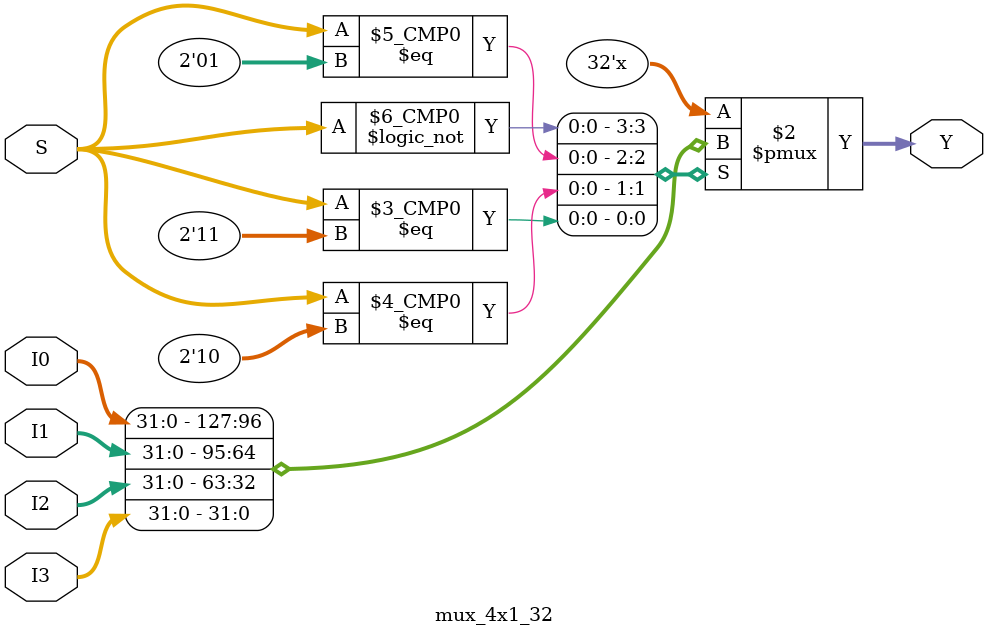
<source format=v>
module mux_4x1_32 (output reg [31:0] Y, input [1:0]S, input [31:0] I0, I1, I2, I3);
    always @ (S, I0, I1, I2, I3)
        case (S)
            2'b00: Y <= I0;
            2'b01: Y <= I1;
            2'b10: Y <= I2;
            2'b11: Y <= I3;
        endcase
endmodule

</source>
